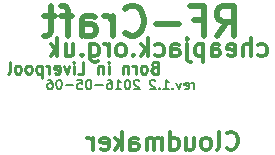
<source format=gbr>
G04 #@! TF.FileFunction,Legend,Bot*
%FSLAX46Y46*%
G04 Gerber Fmt 4.6, Leading zero omitted, Abs format (unit mm)*
G04 Created by KiCad (PCBNEW 4.0.2-4+6225~38~ubuntu14.04.1-stable) date Fri 06 May 2016 01:00:32 BST*
%MOMM*%
G01*
G04 APERTURE LIST*
%ADD10C,0.100000*%
%ADD11C,0.300000*%
%ADD12C,0.250000*%
%ADD13C,0.150000*%
%ADD14C,0.500000*%
G04 APERTURE END LIST*
D10*
D11*
X99157142Y-92185714D02*
X99228571Y-92257143D01*
X99442857Y-92328571D01*
X99585714Y-92328571D01*
X99799999Y-92257143D01*
X99942857Y-92114286D01*
X100014285Y-91971429D01*
X100085714Y-91685714D01*
X100085714Y-91471429D01*
X100014285Y-91185714D01*
X99942857Y-91042857D01*
X99799999Y-90900000D01*
X99585714Y-90828571D01*
X99442857Y-90828571D01*
X99228571Y-90900000D01*
X99157142Y-90971429D01*
X98299999Y-92328571D02*
X98442857Y-92257143D01*
X98514285Y-92114286D01*
X98514285Y-90828571D01*
X97514285Y-92328571D02*
X97657143Y-92257143D01*
X97728571Y-92185714D01*
X97800000Y-92042857D01*
X97800000Y-91614286D01*
X97728571Y-91471429D01*
X97657143Y-91400000D01*
X97514285Y-91328571D01*
X97300000Y-91328571D01*
X97157143Y-91400000D01*
X97085714Y-91471429D01*
X97014285Y-91614286D01*
X97014285Y-92042857D01*
X97085714Y-92185714D01*
X97157143Y-92257143D01*
X97300000Y-92328571D01*
X97514285Y-92328571D01*
X95728571Y-91328571D02*
X95728571Y-92328571D01*
X96371428Y-91328571D02*
X96371428Y-92114286D01*
X96300000Y-92257143D01*
X96157142Y-92328571D01*
X95942857Y-92328571D01*
X95800000Y-92257143D01*
X95728571Y-92185714D01*
X94371428Y-92328571D02*
X94371428Y-90828571D01*
X94371428Y-92257143D02*
X94514285Y-92328571D01*
X94799999Y-92328571D01*
X94942857Y-92257143D01*
X95014285Y-92185714D01*
X95085714Y-92042857D01*
X95085714Y-91614286D01*
X95014285Y-91471429D01*
X94942857Y-91400000D01*
X94799999Y-91328571D01*
X94514285Y-91328571D01*
X94371428Y-91400000D01*
X93657142Y-92328571D02*
X93657142Y-91328571D01*
X93657142Y-91471429D02*
X93585714Y-91400000D01*
X93442856Y-91328571D01*
X93228571Y-91328571D01*
X93085714Y-91400000D01*
X93014285Y-91542857D01*
X93014285Y-92328571D01*
X93014285Y-91542857D02*
X92942856Y-91400000D01*
X92799999Y-91328571D01*
X92585714Y-91328571D01*
X92442856Y-91400000D01*
X92371428Y-91542857D01*
X92371428Y-92328571D01*
X91014285Y-92328571D02*
X91014285Y-91542857D01*
X91085714Y-91400000D01*
X91228571Y-91328571D01*
X91514285Y-91328571D01*
X91657142Y-91400000D01*
X91014285Y-92257143D02*
X91157142Y-92328571D01*
X91514285Y-92328571D01*
X91657142Y-92257143D01*
X91728571Y-92114286D01*
X91728571Y-91971429D01*
X91657142Y-91828571D01*
X91514285Y-91757143D01*
X91157142Y-91757143D01*
X91014285Y-91685714D01*
X90299999Y-92328571D02*
X90299999Y-90828571D01*
X90157142Y-91757143D02*
X89728571Y-92328571D01*
X89728571Y-91328571D02*
X90299999Y-91900000D01*
X88514285Y-92257143D02*
X88657142Y-92328571D01*
X88942856Y-92328571D01*
X89085713Y-92257143D01*
X89157142Y-92114286D01*
X89157142Y-91542857D01*
X89085713Y-91400000D01*
X88942856Y-91328571D01*
X88657142Y-91328571D01*
X88514285Y-91400000D01*
X88442856Y-91542857D01*
X88442856Y-91685714D01*
X89157142Y-91828571D01*
X87799999Y-92328571D02*
X87799999Y-91328571D01*
X87799999Y-91614286D02*
X87728571Y-91471429D01*
X87657142Y-91400000D01*
X87514285Y-91328571D01*
X87371428Y-91328571D01*
D12*
X93026191Y-85378571D02*
X92883334Y-85426190D01*
X92835715Y-85473810D01*
X92788096Y-85569048D01*
X92788096Y-85711905D01*
X92835715Y-85807143D01*
X92883334Y-85854762D01*
X92978572Y-85902381D01*
X93359525Y-85902381D01*
X93359525Y-84902381D01*
X93026191Y-84902381D01*
X92930953Y-84950000D01*
X92883334Y-84997619D01*
X92835715Y-85092857D01*
X92835715Y-85188095D01*
X92883334Y-85283333D01*
X92930953Y-85330952D01*
X93026191Y-85378571D01*
X93359525Y-85378571D01*
X92216668Y-85902381D02*
X92311906Y-85854762D01*
X92359525Y-85807143D01*
X92407144Y-85711905D01*
X92407144Y-85426190D01*
X92359525Y-85330952D01*
X92311906Y-85283333D01*
X92216668Y-85235714D01*
X92073810Y-85235714D01*
X91978572Y-85283333D01*
X91930953Y-85330952D01*
X91883334Y-85426190D01*
X91883334Y-85711905D01*
X91930953Y-85807143D01*
X91978572Y-85854762D01*
X92073810Y-85902381D01*
X92216668Y-85902381D01*
X91454763Y-85902381D02*
X91454763Y-85235714D01*
X91454763Y-85426190D02*
X91407144Y-85330952D01*
X91359525Y-85283333D01*
X91264287Y-85235714D01*
X91169048Y-85235714D01*
X90835715Y-85235714D02*
X90835715Y-85902381D01*
X90835715Y-85330952D02*
X90788096Y-85283333D01*
X90692858Y-85235714D01*
X90550000Y-85235714D01*
X90454762Y-85283333D01*
X90407143Y-85378571D01*
X90407143Y-85902381D01*
X89169048Y-85902381D02*
X89169048Y-85235714D01*
X89169048Y-84902381D02*
X89216667Y-84950000D01*
X89169048Y-84997619D01*
X89121429Y-84950000D01*
X89169048Y-84902381D01*
X89169048Y-84997619D01*
X88692858Y-85235714D02*
X88692858Y-85902381D01*
X88692858Y-85330952D02*
X88645239Y-85283333D01*
X88550001Y-85235714D01*
X88407143Y-85235714D01*
X88311905Y-85283333D01*
X88264286Y-85378571D01*
X88264286Y-85902381D01*
X86550000Y-85902381D02*
X87026191Y-85902381D01*
X87026191Y-84902381D01*
X86216667Y-85902381D02*
X86216667Y-85235714D01*
X86216667Y-84902381D02*
X86264286Y-84950000D01*
X86216667Y-84997619D01*
X86169048Y-84950000D01*
X86216667Y-84902381D01*
X86216667Y-84997619D01*
X85835715Y-85235714D02*
X85597620Y-85902381D01*
X85359524Y-85235714D01*
X84597619Y-85854762D02*
X84692857Y-85902381D01*
X84883334Y-85902381D01*
X84978572Y-85854762D01*
X85026191Y-85759524D01*
X85026191Y-85378571D01*
X84978572Y-85283333D01*
X84883334Y-85235714D01*
X84692857Y-85235714D01*
X84597619Y-85283333D01*
X84550000Y-85378571D01*
X84550000Y-85473810D01*
X85026191Y-85569048D01*
X84121429Y-85902381D02*
X84121429Y-85235714D01*
X84121429Y-85426190D02*
X84073810Y-85330952D01*
X84026191Y-85283333D01*
X83930953Y-85235714D01*
X83835714Y-85235714D01*
X83502381Y-85235714D02*
X83502381Y-86235714D01*
X83502381Y-85283333D02*
X83407143Y-85235714D01*
X83216666Y-85235714D01*
X83121428Y-85283333D01*
X83073809Y-85330952D01*
X83026190Y-85426190D01*
X83026190Y-85711905D01*
X83073809Y-85807143D01*
X83121428Y-85854762D01*
X83216666Y-85902381D01*
X83407143Y-85902381D01*
X83502381Y-85854762D01*
X82454762Y-85902381D02*
X82550000Y-85854762D01*
X82597619Y-85807143D01*
X82645238Y-85711905D01*
X82645238Y-85426190D01*
X82597619Y-85330952D01*
X82550000Y-85283333D01*
X82454762Y-85235714D01*
X82311904Y-85235714D01*
X82216666Y-85283333D01*
X82169047Y-85330952D01*
X82121428Y-85426190D01*
X82121428Y-85711905D01*
X82169047Y-85807143D01*
X82216666Y-85854762D01*
X82311904Y-85902381D01*
X82454762Y-85902381D01*
X81550000Y-85902381D02*
X81645238Y-85854762D01*
X81692857Y-85807143D01*
X81740476Y-85711905D01*
X81740476Y-85426190D01*
X81692857Y-85330952D01*
X81645238Y-85283333D01*
X81550000Y-85235714D01*
X81407142Y-85235714D01*
X81311904Y-85283333D01*
X81264285Y-85330952D01*
X81216666Y-85426190D01*
X81216666Y-85711905D01*
X81264285Y-85807143D01*
X81311904Y-85854762D01*
X81407142Y-85902381D01*
X81550000Y-85902381D01*
X80645238Y-85902381D02*
X80740476Y-85854762D01*
X80788095Y-85759524D01*
X80788095Y-84902381D01*
D13*
X96390477Y-87211905D02*
X96390477Y-86678571D01*
X96390477Y-86830952D02*
X96352382Y-86754762D01*
X96314286Y-86716667D01*
X96238096Y-86678571D01*
X96161905Y-86678571D01*
X95590477Y-87173810D02*
X95666667Y-87211905D01*
X95819048Y-87211905D01*
X95895239Y-87173810D01*
X95933334Y-87097619D01*
X95933334Y-86792857D01*
X95895239Y-86716667D01*
X95819048Y-86678571D01*
X95666667Y-86678571D01*
X95590477Y-86716667D01*
X95552382Y-86792857D01*
X95552382Y-86869048D01*
X95933334Y-86945238D01*
X95285715Y-86678571D02*
X95095239Y-87211905D01*
X94904763Y-86678571D01*
X94600001Y-87135714D02*
X94561906Y-87173810D01*
X94600001Y-87211905D01*
X94638096Y-87173810D01*
X94600001Y-87135714D01*
X94600001Y-87211905D01*
X93800001Y-87211905D02*
X94257144Y-87211905D01*
X94028573Y-87211905D02*
X94028573Y-86411905D01*
X94104763Y-86526190D01*
X94180954Y-86602381D01*
X94257144Y-86640476D01*
X93457144Y-87135714D02*
X93419049Y-87173810D01*
X93457144Y-87211905D01*
X93495239Y-87173810D01*
X93457144Y-87135714D01*
X93457144Y-87211905D01*
X93114287Y-86488095D02*
X93076192Y-86450000D01*
X93000001Y-86411905D01*
X92809525Y-86411905D01*
X92733335Y-86450000D01*
X92695239Y-86488095D01*
X92657144Y-86564286D01*
X92657144Y-86640476D01*
X92695239Y-86754762D01*
X93152382Y-87211905D01*
X92657144Y-87211905D01*
X91742858Y-86488095D02*
X91704763Y-86450000D01*
X91628572Y-86411905D01*
X91438096Y-86411905D01*
X91361906Y-86450000D01*
X91323810Y-86488095D01*
X91285715Y-86564286D01*
X91285715Y-86640476D01*
X91323810Y-86754762D01*
X91780953Y-87211905D01*
X91285715Y-87211905D01*
X90790477Y-86411905D02*
X90714286Y-86411905D01*
X90638096Y-86450000D01*
X90600001Y-86488095D01*
X90561905Y-86564286D01*
X90523810Y-86716667D01*
X90523810Y-86907143D01*
X90561905Y-87059524D01*
X90600001Y-87135714D01*
X90638096Y-87173810D01*
X90714286Y-87211905D01*
X90790477Y-87211905D01*
X90866667Y-87173810D01*
X90904763Y-87135714D01*
X90942858Y-87059524D01*
X90980953Y-86907143D01*
X90980953Y-86716667D01*
X90942858Y-86564286D01*
X90904763Y-86488095D01*
X90866667Y-86450000D01*
X90790477Y-86411905D01*
X89761905Y-87211905D02*
X90219048Y-87211905D01*
X89990477Y-87211905D02*
X89990477Y-86411905D01*
X90066667Y-86526190D01*
X90142858Y-86602381D01*
X90219048Y-86640476D01*
X89076191Y-86411905D02*
X89228572Y-86411905D01*
X89304762Y-86450000D01*
X89342857Y-86488095D01*
X89419048Y-86602381D01*
X89457143Y-86754762D01*
X89457143Y-87059524D01*
X89419048Y-87135714D01*
X89380953Y-87173810D01*
X89304762Y-87211905D01*
X89152381Y-87211905D01*
X89076191Y-87173810D01*
X89038095Y-87135714D01*
X89000000Y-87059524D01*
X89000000Y-86869048D01*
X89038095Y-86792857D01*
X89076191Y-86754762D01*
X89152381Y-86716667D01*
X89304762Y-86716667D01*
X89380953Y-86754762D01*
X89419048Y-86792857D01*
X89457143Y-86869048D01*
X88657143Y-86907143D02*
X88047619Y-86907143D01*
X87514286Y-86411905D02*
X87438095Y-86411905D01*
X87361905Y-86450000D01*
X87323810Y-86488095D01*
X87285714Y-86564286D01*
X87247619Y-86716667D01*
X87247619Y-86907143D01*
X87285714Y-87059524D01*
X87323810Y-87135714D01*
X87361905Y-87173810D01*
X87438095Y-87211905D01*
X87514286Y-87211905D01*
X87590476Y-87173810D01*
X87628572Y-87135714D01*
X87666667Y-87059524D01*
X87704762Y-86907143D01*
X87704762Y-86716667D01*
X87666667Y-86564286D01*
X87628572Y-86488095D01*
X87590476Y-86450000D01*
X87514286Y-86411905D01*
X86523809Y-86411905D02*
X86904762Y-86411905D01*
X86942857Y-86792857D01*
X86904762Y-86754762D01*
X86828571Y-86716667D01*
X86638095Y-86716667D01*
X86561905Y-86754762D01*
X86523809Y-86792857D01*
X86485714Y-86869048D01*
X86485714Y-87059524D01*
X86523809Y-87135714D01*
X86561905Y-87173810D01*
X86638095Y-87211905D01*
X86828571Y-87211905D01*
X86904762Y-87173810D01*
X86942857Y-87135714D01*
X86142857Y-86907143D02*
X85533333Y-86907143D01*
X85000000Y-86411905D02*
X84923809Y-86411905D01*
X84847619Y-86450000D01*
X84809524Y-86488095D01*
X84771428Y-86564286D01*
X84733333Y-86716667D01*
X84733333Y-86907143D01*
X84771428Y-87059524D01*
X84809524Y-87135714D01*
X84847619Y-87173810D01*
X84923809Y-87211905D01*
X85000000Y-87211905D01*
X85076190Y-87173810D01*
X85114286Y-87135714D01*
X85152381Y-87059524D01*
X85190476Y-86907143D01*
X85190476Y-86716667D01*
X85152381Y-86564286D01*
X85114286Y-86488095D01*
X85076190Y-86450000D01*
X85000000Y-86411905D01*
X84047619Y-86411905D02*
X84200000Y-86411905D01*
X84276190Y-86450000D01*
X84314285Y-86488095D01*
X84390476Y-86602381D01*
X84428571Y-86754762D01*
X84428571Y-87059524D01*
X84390476Y-87135714D01*
X84352381Y-87173810D01*
X84276190Y-87211905D01*
X84123809Y-87211905D01*
X84047619Y-87173810D01*
X84009523Y-87135714D01*
X83971428Y-87059524D01*
X83971428Y-86869048D01*
X84009523Y-86792857D01*
X84047619Y-86754762D01*
X84123809Y-86716667D01*
X84276190Y-86716667D01*
X84352381Y-86754762D01*
X84390476Y-86792857D01*
X84428571Y-86869048D01*
D11*
X101828572Y-84357143D02*
X101971429Y-84428571D01*
X102257143Y-84428571D01*
X102400001Y-84357143D01*
X102471429Y-84285714D01*
X102542858Y-84142857D01*
X102542858Y-83714286D01*
X102471429Y-83571429D01*
X102400001Y-83500000D01*
X102257143Y-83428571D01*
X101971429Y-83428571D01*
X101828572Y-83500000D01*
X101185715Y-84428571D02*
X101185715Y-82928571D01*
X100542858Y-84428571D02*
X100542858Y-83642857D01*
X100614287Y-83500000D01*
X100757144Y-83428571D01*
X100971429Y-83428571D01*
X101114287Y-83500000D01*
X101185715Y-83571429D01*
X99257144Y-84357143D02*
X99400001Y-84428571D01*
X99685715Y-84428571D01*
X99828572Y-84357143D01*
X99900001Y-84214286D01*
X99900001Y-83642857D01*
X99828572Y-83500000D01*
X99685715Y-83428571D01*
X99400001Y-83428571D01*
X99257144Y-83500000D01*
X99185715Y-83642857D01*
X99185715Y-83785714D01*
X99900001Y-83928571D01*
X97900001Y-84428571D02*
X97900001Y-83642857D01*
X97971430Y-83500000D01*
X98114287Y-83428571D01*
X98400001Y-83428571D01*
X98542858Y-83500000D01*
X97900001Y-84357143D02*
X98042858Y-84428571D01*
X98400001Y-84428571D01*
X98542858Y-84357143D01*
X98614287Y-84214286D01*
X98614287Y-84071429D01*
X98542858Y-83928571D01*
X98400001Y-83857143D01*
X98042858Y-83857143D01*
X97900001Y-83785714D01*
X97185715Y-83428571D02*
X97185715Y-84928571D01*
X97185715Y-83500000D02*
X97042858Y-83428571D01*
X96757144Y-83428571D01*
X96614287Y-83500000D01*
X96542858Y-83571429D01*
X96471429Y-83714286D01*
X96471429Y-84142857D01*
X96542858Y-84285714D01*
X96614287Y-84357143D01*
X96757144Y-84428571D01*
X97042858Y-84428571D01*
X97185715Y-84357143D01*
X95828572Y-83428571D02*
X95828572Y-84714286D01*
X95900001Y-84857143D01*
X96042858Y-84928571D01*
X96114286Y-84928571D01*
X95828572Y-82928571D02*
X95900001Y-83000000D01*
X95828572Y-83071429D01*
X95757144Y-83000000D01*
X95828572Y-82928571D01*
X95828572Y-83071429D01*
X94471429Y-84428571D02*
X94471429Y-83642857D01*
X94542858Y-83500000D01*
X94685715Y-83428571D01*
X94971429Y-83428571D01*
X95114286Y-83500000D01*
X94471429Y-84357143D02*
X94614286Y-84428571D01*
X94971429Y-84428571D01*
X95114286Y-84357143D01*
X95185715Y-84214286D01*
X95185715Y-84071429D01*
X95114286Y-83928571D01*
X94971429Y-83857143D01*
X94614286Y-83857143D01*
X94471429Y-83785714D01*
X93114286Y-84357143D02*
X93257143Y-84428571D01*
X93542857Y-84428571D01*
X93685715Y-84357143D01*
X93757143Y-84285714D01*
X93828572Y-84142857D01*
X93828572Y-83714286D01*
X93757143Y-83571429D01*
X93685715Y-83500000D01*
X93542857Y-83428571D01*
X93257143Y-83428571D01*
X93114286Y-83500000D01*
X92471429Y-84428571D02*
X92471429Y-82928571D01*
X92328572Y-83857143D02*
X91900001Y-84428571D01*
X91900001Y-83428571D02*
X92471429Y-84000000D01*
X91257143Y-84285714D02*
X91185715Y-84357143D01*
X91257143Y-84428571D01*
X91328572Y-84357143D01*
X91257143Y-84285714D01*
X91257143Y-84428571D01*
X90328571Y-84428571D02*
X90471429Y-84357143D01*
X90542857Y-84285714D01*
X90614286Y-84142857D01*
X90614286Y-83714286D01*
X90542857Y-83571429D01*
X90471429Y-83500000D01*
X90328571Y-83428571D01*
X90114286Y-83428571D01*
X89971429Y-83500000D01*
X89900000Y-83571429D01*
X89828571Y-83714286D01*
X89828571Y-84142857D01*
X89900000Y-84285714D01*
X89971429Y-84357143D01*
X90114286Y-84428571D01*
X90328571Y-84428571D01*
X89185714Y-84428571D02*
X89185714Y-83428571D01*
X89185714Y-83714286D02*
X89114286Y-83571429D01*
X89042857Y-83500000D01*
X88900000Y-83428571D01*
X88757143Y-83428571D01*
X87614286Y-83428571D02*
X87614286Y-84642857D01*
X87685715Y-84785714D01*
X87757143Y-84857143D01*
X87900000Y-84928571D01*
X88114286Y-84928571D01*
X88257143Y-84857143D01*
X87614286Y-84357143D02*
X87757143Y-84428571D01*
X88042857Y-84428571D01*
X88185715Y-84357143D01*
X88257143Y-84285714D01*
X88328572Y-84142857D01*
X88328572Y-83714286D01*
X88257143Y-83571429D01*
X88185715Y-83500000D01*
X88042857Y-83428571D01*
X87757143Y-83428571D01*
X87614286Y-83500000D01*
X86900000Y-84285714D02*
X86828572Y-84357143D01*
X86900000Y-84428571D01*
X86971429Y-84357143D01*
X86900000Y-84285714D01*
X86900000Y-84428571D01*
X85542857Y-83428571D02*
X85542857Y-84428571D01*
X86185714Y-83428571D02*
X86185714Y-84214286D01*
X86114286Y-84357143D01*
X85971428Y-84428571D01*
X85757143Y-84428571D01*
X85614286Y-84357143D01*
X85542857Y-84285714D01*
X84828571Y-84428571D02*
X84828571Y-82928571D01*
X84685714Y-83857143D02*
X84257143Y-84428571D01*
X84257143Y-83428571D02*
X84828571Y-84000000D01*
D14*
X98328570Y-82680952D02*
X99161904Y-81490476D01*
X99757142Y-82680952D02*
X99757142Y-80180952D01*
X98804761Y-80180952D01*
X98566666Y-80300000D01*
X98447618Y-80419048D01*
X98328570Y-80657143D01*
X98328570Y-81014286D01*
X98447618Y-81252381D01*
X98566666Y-81371429D01*
X98804761Y-81490476D01*
X99757142Y-81490476D01*
X96423809Y-81371429D02*
X97257142Y-81371429D01*
X97257142Y-82680952D02*
X97257142Y-80180952D01*
X96066666Y-80180952D01*
X95114285Y-81728571D02*
X93209523Y-81728571D01*
X90590475Y-82442857D02*
X90709523Y-82561905D01*
X91066666Y-82680952D01*
X91304761Y-82680952D01*
X91661904Y-82561905D01*
X91899999Y-82323810D01*
X92019047Y-82085714D01*
X92138095Y-81609524D01*
X92138095Y-81252381D01*
X92019047Y-80776190D01*
X91899999Y-80538095D01*
X91661904Y-80300000D01*
X91304761Y-80180952D01*
X91066666Y-80180952D01*
X90709523Y-80300000D01*
X90590475Y-80419048D01*
X89519047Y-82680952D02*
X89519047Y-81014286D01*
X89519047Y-81490476D02*
X89399999Y-81252381D01*
X89280952Y-81133333D01*
X89042856Y-81014286D01*
X88804761Y-81014286D01*
X86899999Y-82680952D02*
X86899999Y-81371429D01*
X87019047Y-81133333D01*
X87257142Y-81014286D01*
X87733333Y-81014286D01*
X87971428Y-81133333D01*
X86899999Y-82561905D02*
X87138095Y-82680952D01*
X87733333Y-82680952D01*
X87971428Y-82561905D01*
X88090476Y-82323810D01*
X88090476Y-82085714D01*
X87971428Y-81847619D01*
X87733333Y-81728571D01*
X87138095Y-81728571D01*
X86899999Y-81609524D01*
X86066666Y-81014286D02*
X85114285Y-81014286D01*
X85709523Y-82680952D02*
X85709523Y-80538095D01*
X85590475Y-80300000D01*
X85352380Y-80180952D01*
X85114285Y-80180952D01*
X84638095Y-81014286D02*
X83685714Y-81014286D01*
X84280952Y-80180952D02*
X84280952Y-82323810D01*
X84161904Y-82561905D01*
X83923809Y-82680952D01*
X83685714Y-82680952D01*
M02*

</source>
